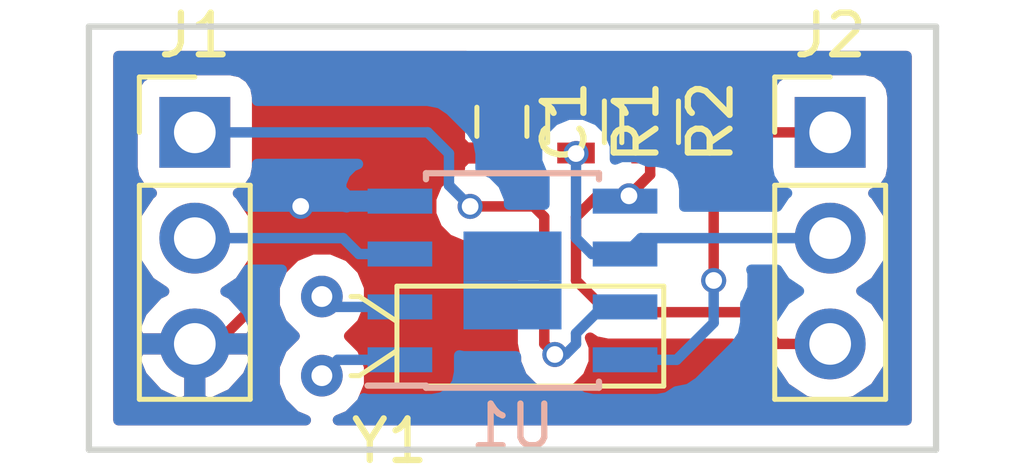
<source format=kicad_pcb>
(kicad_pcb (version 4) (host pcbnew 4.0.7)

  (general
    (links 14)
    (no_connects 0)
    (area 137.084999 98.984999 157.555001 109.295001)
    (thickness 1.6)
    (drawings 4)
    (tracks 60)
    (zones 0)
    (modules 7)
    (nets 9)
  )

  (page A4)
  (layers
    (0 F.Cu signal)
    (31 B.Cu signal)
    (32 B.Adhes user)
    (33 F.Adhes user)
    (34 B.Paste user)
    (35 F.Paste user)
    (36 B.SilkS user)
    (37 F.SilkS user)
    (38 B.Mask user)
    (39 F.Mask user)
    (40 Dwgs.User user)
    (41 Cmts.User user)
    (42 Eco1.User user)
    (43 Eco2.User user)
    (44 Edge.Cuts user)
    (45 Margin user)
    (46 B.CrtYd user)
    (47 F.CrtYd user)
    (48 B.Fab user)
    (49 F.Fab user)
  )

  (setup
    (last_trace_width 0.25)
    (trace_clearance 0.2)
    (zone_clearance 0.508)
    (zone_45_only no)
    (trace_min 0.2)
    (segment_width 0.2)
    (edge_width 0.15)
    (via_size 0.6)
    (via_drill 0.4)
    (via_min_size 0.4)
    (via_min_drill 0.3)
    (uvia_size 0.3)
    (uvia_drill 0.1)
    (uvias_allowed no)
    (uvia_min_size 0.2)
    (uvia_min_drill 0.1)
    (pcb_text_width 0.3)
    (pcb_text_size 1.5 1.5)
    (mod_edge_width 0.15)
    (mod_text_size 1 1)
    (mod_text_width 0.15)
    (pad_size 1.524 1.524)
    (pad_drill 0.762)
    (pad_to_mask_clearance 0.2)
    (aux_axis_origin 0 0)
    (visible_elements FFFFFF1F)
    (pcbplotparams
      (layerselection 0x00030_80000001)
      (usegerberextensions false)
      (excludeedgelayer true)
      (linewidth 0.100000)
      (plotframeref false)
      (viasonmask false)
      (mode 1)
      (useauxorigin false)
      (hpglpennumber 1)
      (hpglpenspeed 20)
      (hpglpendiameter 15)
      (hpglpenoverlay 2)
      (psnegative false)
      (psa4output false)
      (plotreference true)
      (plotvalue true)
      (plotinvisibletext false)
      (padsonsilk false)
      (subtractmaskfromsilk false)
      (outputformat 1)
      (mirror false)
      (drillshape 1)
      (scaleselection 1)
      (outputdirectory ""))
  )

  (net 0 "")
  (net 1 "Net-(C1-Pad1)")
  (net 2 "Net-(J1-Pad2)")
  (net 3 "Net-(U1-Pad1)")
  (net 4 "Net-(U1-Pad2)")
  (net 5 "Net-(J1-Pad1)")
  (net 6 "Net-(J2-Pad2)")
  (net 7 "Net-(J2-Pad3)")
  (net 8 GND)

  (net_class Default "This is the default net class."
    (clearance 0.2)
    (trace_width 0.25)
    (via_dia 0.6)
    (via_drill 0.4)
    (uvia_dia 0.3)
    (uvia_drill 0.1)
    (add_net GND)
    (add_net "Net-(C1-Pad1)")
    (add_net "Net-(J1-Pad1)")
    (add_net "Net-(J1-Pad2)")
    (add_net "Net-(J2-Pad2)")
    (add_net "Net-(J2-Pad3)")
    (add_net "Net-(U1-Pad1)")
    (add_net "Net-(U1-Pad2)")
  )

  (module Capacitors_SMD:C_0603 (layer F.Cu) (tedit 59958EE7) (tstamp 5AB09F0A)
    (at 147.066 101.346 270)
    (descr "Capacitor SMD 0603, reflow soldering, AVX (see smccp.pdf)")
    (tags "capacitor 0603")
    (path /5AB09A09)
    (attr smd)
    (fp_text reference C1 (at 0 -1.5 270) (layer F.SilkS)
      (effects (font (size 1 1) (thickness 0.15)))
    )
    (fp_text value 0.1uF (at 0 1.5 270) (layer F.Fab)
      (effects (font (size 1 1) (thickness 0.15)))
    )
    (fp_line (start 1.4 0.65) (end -1.4 0.65) (layer F.CrtYd) (width 0.05))
    (fp_line (start 1.4 0.65) (end 1.4 -0.65) (layer F.CrtYd) (width 0.05))
    (fp_line (start -1.4 -0.65) (end -1.4 0.65) (layer F.CrtYd) (width 0.05))
    (fp_line (start -1.4 -0.65) (end 1.4 -0.65) (layer F.CrtYd) (width 0.05))
    (fp_line (start 0.35 0.6) (end -0.35 0.6) (layer F.SilkS) (width 0.12))
    (fp_line (start -0.35 -0.6) (end 0.35 -0.6) (layer F.SilkS) (width 0.12))
    (fp_line (start -0.8 -0.4) (end 0.8 -0.4) (layer F.Fab) (width 0.1))
    (fp_line (start 0.8 -0.4) (end 0.8 0.4) (layer F.Fab) (width 0.1))
    (fp_line (start 0.8 0.4) (end -0.8 0.4) (layer F.Fab) (width 0.1))
    (fp_line (start -0.8 0.4) (end -0.8 -0.4) (layer F.Fab) (width 0.1))
    (fp_text user %R (at 0 0 270) (layer F.Fab)
      (effects (font (size 0.3 0.3) (thickness 0.075)))
    )
    (pad 2 smd rect (at 0.75 0 270) (size 0.8 0.75) (layers F.Cu F.Paste F.Mask)
      (net 8 GND))
    (pad 1 smd rect (at -0.75 0 270) (size 0.8 0.75) (layers F.Cu F.Paste F.Mask)
      (net 1 "Net-(C1-Pad1)"))
    (model Capacitors_SMD.3dshapes/C_0603.wrl
      (at (xyz 0 0 0))
      (scale (xyz 1 1 1))
      (rotate (xyz 0 0 0))
    )
  )

  (module Pin_Headers:Pin_Header_Straight_1x03_Pitch2.54mm (layer F.Cu) (tedit 59650532) (tstamp 5AB09F21)
    (at 139.7 101.6)
    (descr "Through hole straight pin header, 1x03, 2.54mm pitch, single row")
    (tags "Through hole pin header THT 1x03 2.54mm single row")
    (path /5AB09F4A)
    (fp_text reference J1 (at 0 -2.33) (layer F.SilkS)
      (effects (font (size 1 1) (thickness 0.15)))
    )
    (fp_text value Conn_01x03 (at 0 7.41) (layer F.Fab)
      (effects (font (size 1 1) (thickness 0.15)))
    )
    (fp_line (start -0.635 -1.27) (end 1.27 -1.27) (layer F.Fab) (width 0.1))
    (fp_line (start 1.27 -1.27) (end 1.27 6.35) (layer F.Fab) (width 0.1))
    (fp_line (start 1.27 6.35) (end -1.27 6.35) (layer F.Fab) (width 0.1))
    (fp_line (start -1.27 6.35) (end -1.27 -0.635) (layer F.Fab) (width 0.1))
    (fp_line (start -1.27 -0.635) (end -0.635 -1.27) (layer F.Fab) (width 0.1))
    (fp_line (start -1.33 6.41) (end 1.33 6.41) (layer F.SilkS) (width 0.12))
    (fp_line (start -1.33 1.27) (end -1.33 6.41) (layer F.SilkS) (width 0.12))
    (fp_line (start 1.33 1.27) (end 1.33 6.41) (layer F.SilkS) (width 0.12))
    (fp_line (start -1.33 1.27) (end 1.33 1.27) (layer F.SilkS) (width 0.12))
    (fp_line (start -1.33 0) (end -1.33 -1.33) (layer F.SilkS) (width 0.12))
    (fp_line (start -1.33 -1.33) (end 0 -1.33) (layer F.SilkS) (width 0.12))
    (fp_line (start -1.8 -1.8) (end -1.8 6.85) (layer F.CrtYd) (width 0.05))
    (fp_line (start -1.8 6.85) (end 1.8 6.85) (layer F.CrtYd) (width 0.05))
    (fp_line (start 1.8 6.85) (end 1.8 -1.8) (layer F.CrtYd) (width 0.05))
    (fp_line (start 1.8 -1.8) (end -1.8 -1.8) (layer F.CrtYd) (width 0.05))
    (fp_text user %R (at 0 2.54 90) (layer F.Fab)
      (effects (font (size 1 1) (thickness 0.15)))
    )
    (pad 1 thru_hole rect (at 0 0) (size 1.7 1.7) (drill 1) (layers *.Cu *.Mask)
      (net 5 "Net-(J1-Pad1)"))
    (pad 2 thru_hole oval (at 0 2.54) (size 1.7 1.7) (drill 1) (layers *.Cu *.Mask)
      (net 2 "Net-(J1-Pad2)"))
    (pad 3 thru_hole oval (at 0 5.08) (size 1.7 1.7) (drill 1) (layers *.Cu *.Mask)
      (net 8 GND))
    (model ${KISYS3DMOD}/Pin_Headers.3dshapes/Pin_Header_Straight_1x03_Pitch2.54mm.wrl
      (at (xyz 0 0 0))
      (scale (xyz 1 1 1))
      (rotate (xyz 0 0 0))
    )
  )

  (module Pin_Headers:Pin_Header_Straight_1x03_Pitch2.54mm (layer F.Cu) (tedit 59650532) (tstamp 5AB09F38)
    (at 154.94 101.6)
    (descr "Through hole straight pin header, 1x03, 2.54mm pitch, single row")
    (tags "Through hole pin header THT 1x03 2.54mm single row")
    (path /5AB09E58)
    (fp_text reference J2 (at 0 -2.33) (layer F.SilkS)
      (effects (font (size 1 1) (thickness 0.15)))
    )
    (fp_text value Conn_01x03 (at 0 7.41) (layer F.Fab)
      (effects (font (size 1 1) (thickness 0.15)))
    )
    (fp_line (start -0.635 -1.27) (end 1.27 -1.27) (layer F.Fab) (width 0.1))
    (fp_line (start 1.27 -1.27) (end 1.27 6.35) (layer F.Fab) (width 0.1))
    (fp_line (start 1.27 6.35) (end -1.27 6.35) (layer F.Fab) (width 0.1))
    (fp_line (start -1.27 6.35) (end -1.27 -0.635) (layer F.Fab) (width 0.1))
    (fp_line (start -1.27 -0.635) (end -0.635 -1.27) (layer F.Fab) (width 0.1))
    (fp_line (start -1.33 6.41) (end 1.33 6.41) (layer F.SilkS) (width 0.12))
    (fp_line (start -1.33 1.27) (end -1.33 6.41) (layer F.SilkS) (width 0.12))
    (fp_line (start 1.33 1.27) (end 1.33 6.41) (layer F.SilkS) (width 0.12))
    (fp_line (start -1.33 1.27) (end 1.33 1.27) (layer F.SilkS) (width 0.12))
    (fp_line (start -1.33 0) (end -1.33 -1.33) (layer F.SilkS) (width 0.12))
    (fp_line (start -1.33 -1.33) (end 0 -1.33) (layer F.SilkS) (width 0.12))
    (fp_line (start -1.8 -1.8) (end -1.8 6.85) (layer F.CrtYd) (width 0.05))
    (fp_line (start -1.8 6.85) (end 1.8 6.85) (layer F.CrtYd) (width 0.05))
    (fp_line (start 1.8 6.85) (end 1.8 -1.8) (layer F.CrtYd) (width 0.05))
    (fp_line (start 1.8 -1.8) (end -1.8 -1.8) (layer F.CrtYd) (width 0.05))
    (fp_text user %R (at 0 2.54 90) (layer F.Fab)
      (effects (font (size 1 1) (thickness 0.15)))
    )
    (pad 1 thru_hole rect (at 0 0) (size 1.7 1.7) (drill 1) (layers *.Cu *.Mask)
      (net 1 "Net-(C1-Pad1)"))
    (pad 2 thru_hole oval (at 0 2.54) (size 1.7 1.7) (drill 1) (layers *.Cu *.Mask)
      (net 6 "Net-(J2-Pad2)"))
    (pad 3 thru_hole oval (at 0 5.08) (size 1.7 1.7) (drill 1) (layers *.Cu *.Mask)
      (net 7 "Net-(J2-Pad3)"))
    (model ${KISYS3DMOD}/Pin_Headers.3dshapes/Pin_Header_Straight_1x03_Pitch2.54mm.wrl
      (at (xyz 0 0 0))
      (scale (xyz 1 1 1))
      (rotate (xyz 0 0 0))
    )
  )

  (module Resistors_SMD:R_0603 (layer F.Cu) (tedit 58E0A804) (tstamp 5AB09F49)
    (at 148.844 101.346 270)
    (descr "Resistor SMD 0603, reflow soldering, Vishay (see dcrcw.pdf)")
    (tags "resistor 0603")
    (path /5AB09836)
    (attr smd)
    (fp_text reference R1 (at 0 -1.45 270) (layer F.SilkS)
      (effects (font (size 1 1) (thickness 0.15)))
    )
    (fp_text value 4.7K (at 0 1.5 270) (layer F.Fab)
      (effects (font (size 1 1) (thickness 0.15)))
    )
    (fp_text user %R (at 0 0 270) (layer F.Fab)
      (effects (font (size 0.4 0.4) (thickness 0.075)))
    )
    (fp_line (start -0.8 0.4) (end -0.8 -0.4) (layer F.Fab) (width 0.1))
    (fp_line (start 0.8 0.4) (end -0.8 0.4) (layer F.Fab) (width 0.1))
    (fp_line (start 0.8 -0.4) (end 0.8 0.4) (layer F.Fab) (width 0.1))
    (fp_line (start -0.8 -0.4) (end 0.8 -0.4) (layer F.Fab) (width 0.1))
    (fp_line (start 0.5 0.68) (end -0.5 0.68) (layer F.SilkS) (width 0.12))
    (fp_line (start -0.5 -0.68) (end 0.5 -0.68) (layer F.SilkS) (width 0.12))
    (fp_line (start -1.25 -0.7) (end 1.25 -0.7) (layer F.CrtYd) (width 0.05))
    (fp_line (start -1.25 -0.7) (end -1.25 0.7) (layer F.CrtYd) (width 0.05))
    (fp_line (start 1.25 0.7) (end 1.25 -0.7) (layer F.CrtYd) (width 0.05))
    (fp_line (start 1.25 0.7) (end -1.25 0.7) (layer F.CrtYd) (width 0.05))
    (pad 1 smd rect (at -0.75 0 270) (size 0.5 0.9) (layers F.Cu F.Paste F.Mask)
      (net 1 "Net-(C1-Pad1)"))
    (pad 2 smd rect (at 0.75 0 270) (size 0.5 0.9) (layers F.Cu F.Paste F.Mask)
      (net 6 "Net-(J2-Pad2)"))
    (model ${KISYS3DMOD}/Resistors_SMD.3dshapes/R_0603.wrl
      (at (xyz 0 0 0))
      (scale (xyz 1 1 1))
      (rotate (xyz 0 0 0))
    )
  )

  (module Resistors_SMD:R_0603 (layer F.Cu) (tedit 58E0A804) (tstamp 5AB09F5A)
    (at 150.622 101.346 270)
    (descr "Resistor SMD 0603, reflow soldering, Vishay (see dcrcw.pdf)")
    (tags "resistor 0603")
    (path /5AB098AD)
    (attr smd)
    (fp_text reference R2 (at 0 -1.45 270) (layer F.SilkS)
      (effects (font (size 1 1) (thickness 0.15)))
    )
    (fp_text value 4.7K (at 0 1.5 270) (layer F.Fab)
      (effects (font (size 1 1) (thickness 0.15)))
    )
    (fp_text user %R (at 0 0 270) (layer F.Fab)
      (effects (font (size 0.4 0.4) (thickness 0.075)))
    )
    (fp_line (start -0.8 0.4) (end -0.8 -0.4) (layer F.Fab) (width 0.1))
    (fp_line (start 0.8 0.4) (end -0.8 0.4) (layer F.Fab) (width 0.1))
    (fp_line (start 0.8 -0.4) (end 0.8 0.4) (layer F.Fab) (width 0.1))
    (fp_line (start -0.8 -0.4) (end 0.8 -0.4) (layer F.Fab) (width 0.1))
    (fp_line (start 0.5 0.68) (end -0.5 0.68) (layer F.SilkS) (width 0.12))
    (fp_line (start -0.5 -0.68) (end 0.5 -0.68) (layer F.SilkS) (width 0.12))
    (fp_line (start -1.25 -0.7) (end 1.25 -0.7) (layer F.CrtYd) (width 0.05))
    (fp_line (start -1.25 -0.7) (end -1.25 0.7) (layer F.CrtYd) (width 0.05))
    (fp_line (start 1.25 0.7) (end 1.25 -0.7) (layer F.CrtYd) (width 0.05))
    (fp_line (start 1.25 0.7) (end -1.25 0.7) (layer F.CrtYd) (width 0.05))
    (pad 1 smd rect (at -0.75 0 270) (size 0.5 0.9) (layers F.Cu F.Paste F.Mask)
      (net 1 "Net-(C1-Pad1)"))
    (pad 2 smd rect (at 0.75 0 270) (size 0.5 0.9) (layers F.Cu F.Paste F.Mask)
      (net 7 "Net-(J2-Pad3)"))
    (model ${KISYS3DMOD}/Resistors_SMD.3dshapes/R_0603.wrl
      (at (xyz 0 0 0))
      (scale (xyz 1 1 1))
      (rotate (xyz 0 0 0))
    )
  )

  (module Housings_SOIC:SOIC-8-1EP_3.9x4.9mm_Pitch1.27mm (layer B.Cu) (tedit 58CC8F64) (tstamp 5AB09F7B)
    (at 147.32 105.156)
    (descr "8-Lead Thermally Enhanced Plastic Small Outline (SE) - Narrow, 3.90 mm Body [SOIC] (see Microchip Packaging Specification 00000049BS.pdf)")
    (tags "SOIC 1.27")
    (path /5AB09757)
    (attr smd)
    (fp_text reference U1 (at 0 3.5) (layer B.SilkS)
      (effects (font (size 1 1) (thickness 0.15)) (justify mirror))
    )
    (fp_text value ds1307 (at 0 -3.5) (layer B.Fab)
      (effects (font (size 1 1) (thickness 0.15)) (justify mirror))
    )
    (fp_text user %R (at 0 0) (layer B.Fab)
      (effects (font (size 0.9 0.9) (thickness 0.135)) (justify mirror))
    )
    (fp_line (start -0.95 2.45) (end 1.95 2.45) (layer B.Fab) (width 0.15))
    (fp_line (start 1.95 2.45) (end 1.95 -2.45) (layer B.Fab) (width 0.15))
    (fp_line (start 1.95 -2.45) (end -1.95 -2.45) (layer B.Fab) (width 0.15))
    (fp_line (start -1.95 -2.45) (end -1.95 1.45) (layer B.Fab) (width 0.15))
    (fp_line (start -1.95 1.45) (end -0.95 2.45) (layer B.Fab) (width 0.15))
    (fp_line (start -3.75 2.75) (end -3.75 -2.75) (layer B.CrtYd) (width 0.05))
    (fp_line (start 3.75 2.75) (end 3.75 -2.75) (layer B.CrtYd) (width 0.05))
    (fp_line (start -3.75 2.75) (end 3.75 2.75) (layer B.CrtYd) (width 0.05))
    (fp_line (start -3.75 -2.75) (end 3.75 -2.75) (layer B.CrtYd) (width 0.05))
    (fp_line (start -2.075 2.575) (end -2.075 2.525) (layer B.SilkS) (width 0.15))
    (fp_line (start 2.075 2.575) (end 2.075 2.43) (layer B.SilkS) (width 0.15))
    (fp_line (start 2.075 -2.575) (end 2.075 -2.43) (layer B.SilkS) (width 0.15))
    (fp_line (start -2.075 -2.575) (end -2.075 -2.43) (layer B.SilkS) (width 0.15))
    (fp_line (start -2.075 2.575) (end 2.075 2.575) (layer B.SilkS) (width 0.15))
    (fp_line (start -2.075 -2.575) (end 2.075 -2.575) (layer B.SilkS) (width 0.15))
    (fp_line (start -2.075 2.525) (end -3.475 2.525) (layer B.SilkS) (width 0.15))
    (pad 1 smd rect (at -2.7 1.905) (size 1.55 0.6) (layers B.Cu B.Paste B.Mask)
      (net 3 "Net-(U1-Pad1)"))
    (pad 2 smd rect (at -2.7 0.635) (size 1.55 0.6) (layers B.Cu B.Paste B.Mask)
      (net 4 "Net-(U1-Pad2)"))
    (pad 3 smd rect (at -2.7 -0.635) (size 1.55 0.6) (layers B.Cu B.Paste B.Mask)
      (net 2 "Net-(J1-Pad2)"))
    (pad 4 smd rect (at -2.7 -1.905) (size 1.55 0.6) (layers B.Cu B.Paste B.Mask)
      (net 8 GND))
    (pad 5 smd rect (at 2.7 -1.905) (size 1.55 0.6) (layers B.Cu B.Paste B.Mask)
      (net 7 "Net-(J2-Pad3)"))
    (pad 6 smd rect (at 2.7 -0.635) (size 1.55 0.6) (layers B.Cu B.Paste B.Mask)
      (net 6 "Net-(J2-Pad2)"))
    (pad 7 smd rect (at 2.7 0.635) (size 1.55 0.6) (layers B.Cu B.Paste B.Mask)
      (net 5 "Net-(J1-Pad1)"))
    (pad 8 smd rect (at 2.7 1.905) (size 1.55 0.6) (layers B.Cu B.Paste B.Mask)
      (net 1 "Net-(C1-Pad1)"))
    (pad 9 smd rect (at 0.5875 -0.5875) (size 1.175 1.175) (layers B.Cu B.Paste B.Mask)
      (solder_paste_margin_ratio -0.2))
    (pad 9 smd rect (at 0.5875 0.5875) (size 1.175 1.175) (layers B.Cu B.Paste B.Mask)
      (solder_paste_margin_ratio -0.2))
    (pad 9 smd rect (at -0.5875 -0.5875) (size 1.175 1.175) (layers B.Cu B.Paste B.Mask)
      (solder_paste_margin_ratio -0.2))
    (pad 9 smd rect (at -0.5875 0.5875) (size 1.175 1.175) (layers B.Cu B.Paste B.Mask)
      (solder_paste_margin_ratio -0.2))
    (model ${KISYS3DMOD}/Housings_SOIC.3dshapes/SOIC-8-1EP_3.9x4.9mm_Pitch1.27mm.wrl
      (at (xyz 0 0 0))
      (scale (xyz 1 1 1))
      (rotate (xyz 0 0 0))
    )
  )

  (module Crystals:Crystal_DS26_d2.0mm_l6.0mm_Horizontal (layer F.Cu) (tedit 58CD3077) (tstamp 5AB09F96)
    (at 142.748 107.442 90)
    (descr "Crystal THT DS26 6.0mm length 2.0mm diameter http://www.microcrystal.com/images/_Product-Documentation/03_TF_metal_Packages/01_Datasheet/DS-Series.pdf")
    (tags ['DS26'])
    (path /5AB097BF)
    (fp_text reference Y1 (at -1.57 1.625 180) (layer F.SilkS)
      (effects (font (size 1 1) (thickness 0.15)))
    )
    (fp_text value Crystal (at 3.47 1.625 180) (layer F.Fab)
      (effects (font (size 1 1) (thickness 0.15)))
    )
    (fp_text user %R (at 1 4.75 180) (layer F.Fab)
      (effects (font (size 0.7 0.7) (thickness 0.105)))
    )
    (fp_line (start -0.05 2) (end -0.05 8) (layer F.Fab) (width 0.1))
    (fp_line (start -0.05 8) (end 1.95 8) (layer F.Fab) (width 0.1))
    (fp_line (start 1.95 8) (end 1.95 2) (layer F.Fab) (width 0.1))
    (fp_line (start 1.95 2) (end -0.05 2) (layer F.Fab) (width 0.1))
    (fp_line (start 0.6 2) (end 0 1) (layer F.Fab) (width 0.1))
    (fp_line (start 0 1) (end 0 0) (layer F.Fab) (width 0.1))
    (fp_line (start 1.3 2) (end 1.9 1) (layer F.Fab) (width 0.1))
    (fp_line (start 1.9 1) (end 1.9 0) (layer F.Fab) (width 0.1))
    (fp_line (start -0.25 1.8) (end -0.25 8.2) (layer F.SilkS) (width 0.12))
    (fp_line (start -0.25 8.2) (end 2.15 8.2) (layer F.SilkS) (width 0.12))
    (fp_line (start 2.15 8.2) (end 2.15 1.8) (layer F.SilkS) (width 0.12))
    (fp_line (start 2.15 1.8) (end -0.25 1.8) (layer F.SilkS) (width 0.12))
    (fp_line (start 0.6 1.8) (end 0 0.9) (layer F.SilkS) (width 0.12))
    (fp_line (start 0 0.9) (end 0 0.7) (layer F.SilkS) (width 0.12))
    (fp_line (start 1.3 1.8) (end 1.9 0.9) (layer F.SilkS) (width 0.12))
    (fp_line (start 1.9 0.9) (end 1.9 0.7) (layer F.SilkS) (width 0.12))
    (fp_line (start -0.8 -0.8) (end -0.8 8.8) (layer F.CrtYd) (width 0.05))
    (fp_line (start -0.8 8.8) (end 2.7 8.8) (layer F.CrtYd) (width 0.05))
    (fp_line (start 2.7 8.8) (end 2.7 -0.8) (layer F.CrtYd) (width 0.05))
    (fp_line (start 2.7 -0.8) (end -0.8 -0.8) (layer F.CrtYd) (width 0.05))
    (pad 1 thru_hole circle (at 0 0 90) (size 1 1) (drill 0.5) (layers *.Cu *.Mask)
      (net 3 "Net-(U1-Pad1)"))
    (pad 2 thru_hole circle (at 1.9 0 90) (size 1 1) (drill 0.5) (layers *.Cu *.Mask)
      (net 4 "Net-(U1-Pad2)"))
    (model ${KISYS3DMOD}/Crystals.3dshapes/Crystal_DS26_d2.0mm_l6.0mm_Horizontal.wrl
      (at (xyz 0 0 0))
      (scale (xyz 0.393701 0.393701 0.393701))
      (rotate (xyz 0 0 0))
    )
  )

  (gr_line (start 137.16 109.22) (end 137.16 99.06) (angle 90) (layer Edge.Cuts) (width 0.15))
  (gr_line (start 157.48 109.22) (end 137.16 109.22) (angle 90) (layer Edge.Cuts) (width 0.15))
  (gr_line (start 157.48 99.06) (end 157.48 109.22) (angle 90) (layer Edge.Cuts) (width 0.15))
  (gr_line (start 137.16 99.06) (end 157.48 99.06) (angle 90) (layer Edge.Cuts) (width 0.15))

  (segment (start 150.02 107.061) (end 151.257 107.061) (width 0.25) (layer B.Cu) (net 1))
  (segment (start 152.146 100.596) (end 152.158 100.596) (width 0.25) (layer F.Cu) (net 1) (tstamp 5AB0A3E6))
  (segment (start 152.146 105.156) (end 152.146 100.596) (width 0.25) (layer F.Cu) (net 1) (tstamp 5AB0A3E5))
  (via (at 152.146 105.156) (size 0.6) (drill 0.4) (layers F.Cu B.Cu) (net 1))
  (segment (start 152.146 106.172) (end 152.146 105.156) (width 0.25) (layer B.Cu) (net 1) (tstamp 5AB0A3E3))
  (segment (start 151.257 107.061) (end 152.146 106.172) (width 0.25) (layer B.Cu) (net 1) (tstamp 5AB0A3E2))
  (segment (start 150.622 100.596) (end 152.158 100.596) (width 0.25) (layer F.Cu) (net 1))
  (segment (start 153.162 101.6) (end 154.94 101.6) (width 0.25) (layer F.Cu) (net 1) (tstamp 5AB0A3B3))
  (segment (start 152.158 100.596) (end 153.162 101.6) (width 0.25) (layer F.Cu) (net 1) (tstamp 5AB0A3B1))
  (segment (start 148.844 100.596) (end 150.622 100.596) (width 0.25) (layer F.Cu) (net 1))
  (segment (start 147.066 100.596) (end 148.844 100.596) (width 0.25) (layer F.Cu) (net 1))
  (segment (start 144.62 104.521) (end 143.637 104.521) (width 0.25) (layer B.Cu) (net 2))
  (segment (start 143.256 104.14) (end 139.7 104.14) (width 0.25) (layer B.Cu) (net 2) (tstamp 5AB0A3CD))
  (segment (start 143.637 104.521) (end 143.256 104.14) (width 0.25) (layer B.Cu) (net 2) (tstamp 5AB0A3CC))
  (segment (start 144.62 107.061) (end 143.129 107.061) (width 0.25) (layer B.Cu) (net 3))
  (segment (start 143.129 107.061) (end 142.748 107.442) (width 0.25) (layer B.Cu) (net 3) (tstamp 5AB0A3D3))
  (segment (start 144.62 105.791) (end 142.997 105.791) (width 0.25) (layer B.Cu) (net 4))
  (segment (start 142.997 105.791) (end 142.748 105.542) (width 0.25) (layer B.Cu) (net 4) (tstamp 5AB0A3D0))
  (segment (start 150.02 105.791) (end 149.479 105.791) (width 0.25) (layer B.Cu) (net 5))
  (segment (start 149.479 105.791) (end 148.844 106.426) (width 0.25) (layer B.Cu) (net 5) (tstamp 5AB0A3F4))
  (segment (start 148.844 106.426) (end 148.844 106.68) (width 0.25) (layer B.Cu) (net 5) (tstamp 5AB0A3F5))
  (segment (start 148.844 106.68) (end 148.59 106.934) (width 0.25) (layer B.Cu) (net 5) (tstamp 5AB0A3F6))
  (segment (start 148.59 106.934) (end 148.336 106.934) (width 0.25) (layer B.Cu) (net 5) (tstamp 5AB0A3F7))
  (via (at 148.336 106.934) (size 0.6) (drill 0.4) (layers F.Cu B.Cu) (net 5))
  (segment (start 148.336 106.934) (end 148.082 106.68) (width 0.25) (layer F.Cu) (net 5) (tstamp 5AB0A3F9))
  (segment (start 148.082 106.68) (end 148.082 103.632) (width 0.25) (layer F.Cu) (net 5) (tstamp 5AB0A3FA))
  (segment (start 148.082 103.632) (end 147.828 103.378) (width 0.25) (layer F.Cu) (net 5) (tstamp 5AB0A3FB))
  (segment (start 147.828 103.378) (end 146.304 103.378) (width 0.25) (layer F.Cu) (net 5) (tstamp 5AB0A3FC))
  (via (at 146.304 103.378) (size 0.6) (drill 0.4) (layers F.Cu B.Cu) (net 5))
  (segment (start 146.304 103.378) (end 145.796 102.87) (width 0.25) (layer B.Cu) (net 5) (tstamp 5AB0A3FE))
  (segment (start 145.796 102.87) (end 145.796 102.108) (width 0.25) (layer B.Cu) (net 5) (tstamp 5AB0A3FF))
  (segment (start 145.796 102.108) (end 145.288 101.6) (width 0.25) (layer B.Cu) (net 5) (tstamp 5AB0A400))
  (segment (start 145.288 101.6) (end 139.7 101.6) (width 0.25) (layer B.Cu) (net 5) (tstamp 5AB0A401))
  (segment (start 150.02 104.521) (end 149.225 104.521) (width 0.25) (layer B.Cu) (net 6))
  (segment (start 148.844 102.108) (end 148.844 102.096) (width 0.25) (layer F.Cu) (net 6) (tstamp 5AB0A3F3))
  (via (at 148.844 102.108) (size 0.6) (drill 0.4) (layers F.Cu B.Cu) (net 6))
  (segment (start 148.844 104.14) (end 148.844 102.108) (width 0.25) (layer B.Cu) (net 6) (tstamp 5AB0A3F0))
  (segment (start 149.225 104.521) (end 148.844 104.14) (width 0.25) (layer B.Cu) (net 6) (tstamp 5AB0A3EF))
  (segment (start 154.94 104.14) (end 150.401 104.14) (width 0.25) (layer B.Cu) (net 6))
  (segment (start 150.401 104.14) (end 150.02 104.521) (width 0.25) (layer B.Cu) (net 6) (tstamp 5AB0A3EC))
  (segment (start 150.114 103.124) (end 149.352 103.124) (width 0.25) (layer F.Cu) (net 7))
  (segment (start 153.67 106.68) (end 154.94 106.68) (width 0.25) (layer F.Cu) (net 7) (tstamp 5AB0A3C0))
  (segment (start 152.908 105.918) (end 153.67 106.68) (width 0.25) (layer F.Cu) (net 7) (tstamp 5AB0A3BF))
  (segment (start 149.606 105.918) (end 152.908 105.918) (width 0.25) (layer F.Cu) (net 7) (tstamp 5AB0A3BE))
  (segment (start 148.844 105.156) (end 149.606 105.918) (width 0.25) (layer F.Cu) (net 7) (tstamp 5AB0A3BD))
  (segment (start 148.844 103.632) (end 148.844 105.156) (width 0.25) (layer F.Cu) (net 7) (tstamp 5AB0A3BC))
  (segment (start 149.352 103.124) (end 148.844 103.632) (width 0.25) (layer F.Cu) (net 7) (tstamp 5AB0A3BB))
  (segment (start 150.622 102.096) (end 150.622 102.616) (width 0.25) (layer F.Cu) (net 7))
  (segment (start 150.114 103.124) (end 150.02 103.251) (width 0.25) (layer B.Cu) (net 7) (tstamp 5AB0A3BA))
  (via (at 150.114 103.124) (size 0.6) (drill 0.4) (layers F.Cu B.Cu) (net 7))
  (segment (start 150.622 102.616) (end 150.114 103.124) (width 0.25) (layer F.Cu) (net 7) (tstamp 5AB0A3B7))
  (segment (start 147.066 102.096) (end 143.522 102.096) (width 0.25) (layer F.Cu) (net 8))
  (segment (start 143.522 102.096) (end 142.24 103.378) (width 0.25) (layer F.Cu) (net 8) (tstamp 5AB0A3DE))
  (segment (start 144.62 103.251) (end 142.367 103.251) (width 0.25) (layer B.Cu) (net 8))
  (segment (start 141.478 105.41) (end 140.208 106.68) (width 0.25) (layer F.Cu) (net 8) (tstamp 5AB0A3DA))
  (segment (start 141.478 104.14) (end 141.478 105.41) (width 0.25) (layer F.Cu) (net 8) (tstamp 5AB0A3D9))
  (segment (start 142.24 103.378) (end 141.478 104.14) (width 0.25) (layer F.Cu) (net 8) (tstamp 5AB0A3D8))
  (via (at 142.24 103.378) (size 0.6) (drill 0.4) (layers F.Cu B.Cu) (net 8))
  (segment (start 142.367 103.251) (end 142.24 103.378) (width 0.25) (layer B.Cu) (net 8) (tstamp 5AB0A3D6))
  (segment (start 140.208 106.68) (end 139.7 106.68) (width 0.25) (layer F.Cu) (net 8) (tstamp 5AB0A3DB))

  (zone (net 8) (net_name GND) (layer F.Cu) (tstamp 5AB0A405) (hatch edge 0.508)
    (connect_pads (clearance 0.508))
    (min_thickness 0.254)
    (fill yes (arc_segments 16) (thermal_gap 0.508) (thermal_bridge_width 0.508))
    (polygon
      (pts
        (xy 137.16 99.06) (xy 157.48 99.06) (xy 157.48 109.22) (xy 137.16 109.22)
      )
    )
    (filled_polygon
      (pts
        (xy 146.094569 99.94411) (xy 146.04356 100.196) (xy 146.04356 100.996) (xy 146.087838 101.231317) (xy 146.154329 101.334646)
        (xy 146.152673 101.336302) (xy 146.056 101.569691) (xy 146.056 101.81025) (xy 146.21475 101.969) (xy 146.939 101.969)
        (xy 146.939 101.949) (xy 147.193 101.949) (xy 147.193 101.969) (xy 147.213 101.969) (xy 147.213 102.223)
        (xy 147.193 102.223) (xy 147.193 102.243) (xy 146.939 102.243) (xy 146.939 102.223) (xy 146.21475 102.223)
        (xy 146.056 102.38175) (xy 146.056 102.4688) (xy 145.775057 102.584883) (xy 145.511808 102.847673) (xy 145.369162 103.191201)
        (xy 145.368838 103.563167) (xy 145.510883 103.906943) (xy 145.773673 104.170192) (xy 146.117201 104.312838) (xy 146.489167 104.313162)
        (xy 146.832943 104.171117) (xy 146.866118 104.138) (xy 147.322 104.138) (xy 147.322 106.68) (xy 147.379852 106.970839)
        (xy 147.40094 107.002399) (xy 147.400838 107.119167) (xy 147.542883 107.462943) (xy 147.805673 107.726192) (xy 148.149201 107.868838)
        (xy 148.521167 107.869162) (xy 148.864943 107.727117) (xy 149.128192 107.464327) (xy 149.270838 107.120799) (xy 149.271162 106.748833)
        (xy 149.180932 106.530459) (xy 149.315161 106.620148) (xy 149.606 106.678) (xy 152.593198 106.678) (xy 153.132599 107.217401)
        (xy 153.379161 107.382148) (xy 153.666593 107.439322) (xy 153.860853 107.730054) (xy 154.342622 108.051961) (xy 154.910907 108.165)
        (xy 154.969093 108.165) (xy 155.537378 108.051961) (xy 156.019147 107.730054) (xy 156.341054 107.248285) (xy 156.454093 106.68)
        (xy 156.341054 106.111715) (xy 156.019147 105.629946) (xy 155.689974 105.41) (xy 156.019147 105.190054) (xy 156.341054 104.708285)
        (xy 156.454093 104.14) (xy 156.341054 103.571715) (xy 156.019147 103.089946) (xy 155.977548 103.06215) (xy 156.025317 103.053162)
        (xy 156.241441 102.91409) (xy 156.386431 102.70189) (xy 156.43744 102.45) (xy 156.43744 100.75) (xy 156.393162 100.514683)
        (xy 156.25409 100.298559) (xy 156.04189 100.153569) (xy 155.79 100.10256) (xy 154.09 100.10256) (xy 153.854683 100.146838)
        (xy 153.638559 100.28591) (xy 153.493569 100.49811) (xy 153.44256 100.75) (xy 153.44256 100.805758) (xy 152.695401 100.058599)
        (xy 152.448839 99.893852) (xy 152.158 99.836) (xy 151.450386 99.836) (xy 151.353792 99.77) (xy 156.77 99.77)
        (xy 156.77 108.51) (xy 143.135404 108.51) (xy 143.390086 108.404767) (xy 143.709645 108.085765) (xy 143.882803 107.668756)
        (xy 143.883197 107.217225) (xy 143.710767 106.799914) (xy 143.403133 106.491743) (xy 143.709645 106.185765) (xy 143.882803 105.768756)
        (xy 143.883197 105.317225) (xy 143.710767 104.899914) (xy 143.391765 104.580355) (xy 142.974756 104.407197) (xy 142.523225 104.406803)
        (xy 142.105914 104.579233) (xy 141.786355 104.898235) (xy 141.613197 105.315244) (xy 141.612803 105.766775) (xy 141.785233 106.184086)
        (xy 142.092867 106.492257) (xy 141.786355 106.798235) (xy 141.613197 107.215244) (xy 141.612803 107.666775) (xy 141.785233 108.084086)
        (xy 142.104235 108.403645) (xy 142.360365 108.51) (xy 137.87 108.51) (xy 137.87 107.03689) (xy 138.258524 107.03689)
        (xy 138.428355 107.446924) (xy 138.818642 107.875183) (xy 139.343108 108.121486) (xy 139.573 108.000819) (xy 139.573 106.807)
        (xy 139.827 106.807) (xy 139.827 108.000819) (xy 140.056892 108.121486) (xy 140.581358 107.875183) (xy 140.971645 107.446924)
        (xy 141.141476 107.03689) (xy 141.020155 106.807) (xy 139.827 106.807) (xy 139.573 106.807) (xy 138.379845 106.807)
        (xy 138.258524 107.03689) (xy 137.87 107.03689) (xy 137.87 104.14) (xy 138.185907 104.14) (xy 138.298946 104.708285)
        (xy 138.620853 105.190054) (xy 138.961553 105.417702) (xy 138.818642 105.484817) (xy 138.428355 105.913076) (xy 138.258524 106.32311)
        (xy 138.379845 106.553) (xy 139.573 106.553) (xy 139.573 106.533) (xy 139.827 106.533) (xy 139.827 106.553)
        (xy 141.020155 106.553) (xy 141.141476 106.32311) (xy 140.971645 105.913076) (xy 140.581358 105.484817) (xy 140.438447 105.417702)
        (xy 140.779147 105.190054) (xy 141.101054 104.708285) (xy 141.214093 104.14) (xy 141.101054 103.571715) (xy 140.779147 103.089946)
        (xy 140.737548 103.06215) (xy 140.785317 103.053162) (xy 141.001441 102.91409) (xy 141.146431 102.70189) (xy 141.19744 102.45)
        (xy 141.19744 100.75) (xy 141.153162 100.514683) (xy 141.01409 100.298559) (xy 140.80189 100.153569) (xy 140.55 100.10256)
        (xy 138.85 100.10256) (xy 138.614683 100.146838) (xy 138.398559 100.28591) (xy 138.253569 100.49811) (xy 138.20256 100.75)
        (xy 138.20256 102.45) (xy 138.246838 102.685317) (xy 138.38591 102.901441) (xy 138.59811 103.046431) (xy 138.665541 103.060086)
        (xy 138.620853 103.089946) (xy 138.298946 103.571715) (xy 138.185907 104.14) (xy 137.87 104.14) (xy 137.87 99.77)
        (xy 146.213533 99.77)
      )
    )
  )
  (zone (net 8) (net_name GND) (layer B.Cu) (tstamp 5AB0A406) (hatch edge 0.508)
    (connect_pads (clearance 0.508))
    (min_thickness 0.254)
    (fill yes (arc_segments 16) (thermal_gap 0.508) (thermal_bridge_width 0.508))
    (polygon
      (pts
        (xy 137.16 99.06) (xy 157.48 99.06) (xy 157.48 109.22) (xy 137.16 109.22) (xy 137.16 101.6)
      )
    )
    (filled_polygon
      (pts
        (xy 156.77 108.51) (xy 143.135404 108.51) (xy 143.390086 108.404767) (xy 143.709645 108.085765) (xy 143.749762 107.989154)
        (xy 143.845 108.00844) (xy 145.395 108.00844) (xy 145.630317 107.964162) (xy 145.846441 107.82509) (xy 145.991431 107.61289)
        (xy 146.04244 107.361) (xy 146.04244 106.957671) (xy 146.145 106.97844) (xy 147.400961 106.97844) (xy 147.400838 107.119167)
        (xy 147.542883 107.462943) (xy 147.805673 107.726192) (xy 148.149201 107.868838) (xy 148.521167 107.869162) (xy 148.755187 107.772467)
        (xy 148.78091 107.812441) (xy 148.99311 107.957431) (xy 149.245 108.00844) (xy 150.795 108.00844) (xy 151.030317 107.964162)
        (xy 151.246441 107.82509) (xy 151.249236 107.821) (xy 151.257 107.821) (xy 151.547839 107.763148) (xy 151.794401 107.598401)
        (xy 152.683401 106.709401) (xy 152.848148 106.462839) (xy 152.906 106.172) (xy 152.906 105.718463) (xy 152.938192 105.686327)
        (xy 153.080838 105.342799) (xy 153.081162 104.970833) (xy 153.051894 104.9) (xy 153.667046 104.9) (xy 153.860853 105.190054)
        (xy 154.190026 105.41) (xy 153.860853 105.629946) (xy 153.538946 106.111715) (xy 153.425907 106.68) (xy 153.538946 107.248285)
        (xy 153.860853 107.730054) (xy 154.342622 108.051961) (xy 154.910907 108.165) (xy 154.969093 108.165) (xy 155.537378 108.051961)
        (xy 156.019147 107.730054) (xy 156.341054 107.248285) (xy 156.454093 106.68) (xy 156.341054 106.111715) (xy 156.019147 105.629946)
        (xy 155.689974 105.41) (xy 156.019147 105.190054) (xy 156.341054 104.708285) (xy 156.454093 104.14) (xy 156.341054 103.571715)
        (xy 156.019147 103.089946) (xy 155.977548 103.06215) (xy 156.025317 103.053162) (xy 156.241441 102.91409) (xy 156.386431 102.70189)
        (xy 156.43744 102.45) (xy 156.43744 100.75) (xy 156.393162 100.514683) (xy 156.25409 100.298559) (xy 156.04189 100.153569)
        (xy 155.79 100.10256) (xy 154.09 100.10256) (xy 153.854683 100.146838) (xy 153.638559 100.28591) (xy 153.493569 100.49811)
        (xy 153.44256 100.75) (xy 153.44256 102.45) (xy 153.486838 102.685317) (xy 153.62591 102.901441) (xy 153.83811 103.046431)
        (xy 153.905541 103.060086) (xy 153.860853 103.089946) (xy 153.667046 103.38) (xy 151.44244 103.38) (xy 151.44244 102.951)
        (xy 151.398162 102.715683) (xy 151.25909 102.499559) (xy 151.04689 102.354569) (xy 150.795 102.30356) (xy 150.576299 102.30356)
        (xy 150.300799 102.189162) (xy 149.928833 102.188838) (xy 149.778876 102.250799) (xy 149.779162 101.922833) (xy 149.637117 101.579057)
        (xy 149.374327 101.315808) (xy 149.030799 101.173162) (xy 148.658833 101.172838) (xy 148.315057 101.314883) (xy 148.051808 101.577673)
        (xy 147.909162 101.921201) (xy 147.908838 102.293167) (xy 148.050883 102.636943) (xy 148.084 102.670118) (xy 148.084 103.33356)
        (xy 147.239039 103.33356) (xy 147.239162 103.192833) (xy 147.097117 102.849057) (xy 146.834327 102.585808) (xy 146.556 102.470236)
        (xy 146.556 102.108) (xy 146.498148 101.817161) (xy 146.333401 101.570599) (xy 145.825401 101.062599) (xy 145.578839 100.897852)
        (xy 145.288 100.84) (xy 141.19744 100.84) (xy 141.19744 100.75) (xy 141.153162 100.514683) (xy 141.01409 100.298559)
        (xy 140.80189 100.153569) (xy 140.55 100.10256) (xy 138.85 100.10256) (xy 138.614683 100.146838) (xy 138.398559 100.28591)
        (xy 138.253569 100.49811) (xy 138.20256 100.75) (xy 138.20256 102.45) (xy 138.246838 102.685317) (xy 138.38591 102.901441)
        (xy 138.59811 103.046431) (xy 138.665541 103.060086) (xy 138.620853 103.089946) (xy 138.298946 103.571715) (xy 138.185907 104.14)
        (xy 138.298946 104.708285) (xy 138.620853 105.190054) (xy 138.961553 105.417702) (xy 138.818642 105.484817) (xy 138.428355 105.913076)
        (xy 138.258524 106.32311) (xy 138.379845 106.553) (xy 139.573 106.553) (xy 139.573 106.533) (xy 139.827 106.533)
        (xy 139.827 106.553) (xy 141.020155 106.553) (xy 141.141476 106.32311) (xy 140.971645 105.913076) (xy 140.581358 105.484817)
        (xy 140.438447 105.417702) (xy 140.779147 105.190054) (xy 140.972954 104.9) (xy 141.785622 104.9) (xy 141.613197 105.315244)
        (xy 141.612803 105.766775) (xy 141.785233 106.184086) (xy 142.092867 106.492257) (xy 141.786355 106.798235) (xy 141.613197 107.215244)
        (xy 141.612803 107.666775) (xy 141.785233 108.084086) (xy 142.104235 108.403645) (xy 142.360365 108.51) (xy 137.87 108.51)
        (xy 137.87 107.03689) (xy 138.258524 107.03689) (xy 138.428355 107.446924) (xy 138.818642 107.875183) (xy 139.343108 108.121486)
        (xy 139.573 108.000819) (xy 139.573 106.807) (xy 139.827 106.807) (xy 139.827 108.000819) (xy 140.056892 108.121486)
        (xy 140.581358 107.875183) (xy 140.971645 107.446924) (xy 141.141476 107.03689) (xy 141.020155 106.807) (xy 139.827 106.807)
        (xy 139.573 106.807) (xy 138.379845 106.807) (xy 138.258524 107.03689) (xy 137.87 107.03689) (xy 137.87 99.77)
        (xy 156.77 99.77)
      )
    )
    (filled_polygon
      (pts
        (xy 143.485302 102.412673) (xy 143.306673 102.591301) (xy 143.21 102.82469) (xy 143.21 102.96525) (xy 143.36875 103.124)
        (xy 144.493 103.124) (xy 144.493 103.104) (xy 144.747 103.104) (xy 144.747 103.124) (xy 144.767 103.124)
        (xy 144.767 103.378) (xy 144.747 103.378) (xy 144.747 103.398) (xy 144.493 103.398) (xy 144.493 103.378)
        (xy 143.36875 103.378) (xy 143.348375 103.398375) (xy 143.256 103.38) (xy 140.972954 103.38) (xy 140.779147 103.089946)
        (xy 140.737548 103.06215) (xy 140.785317 103.053162) (xy 141.001441 102.91409) (xy 141.146431 102.70189) (xy 141.19744 102.45)
        (xy 141.19744 102.36) (xy 143.612466 102.36)
      )
    )
  )
)

</source>
